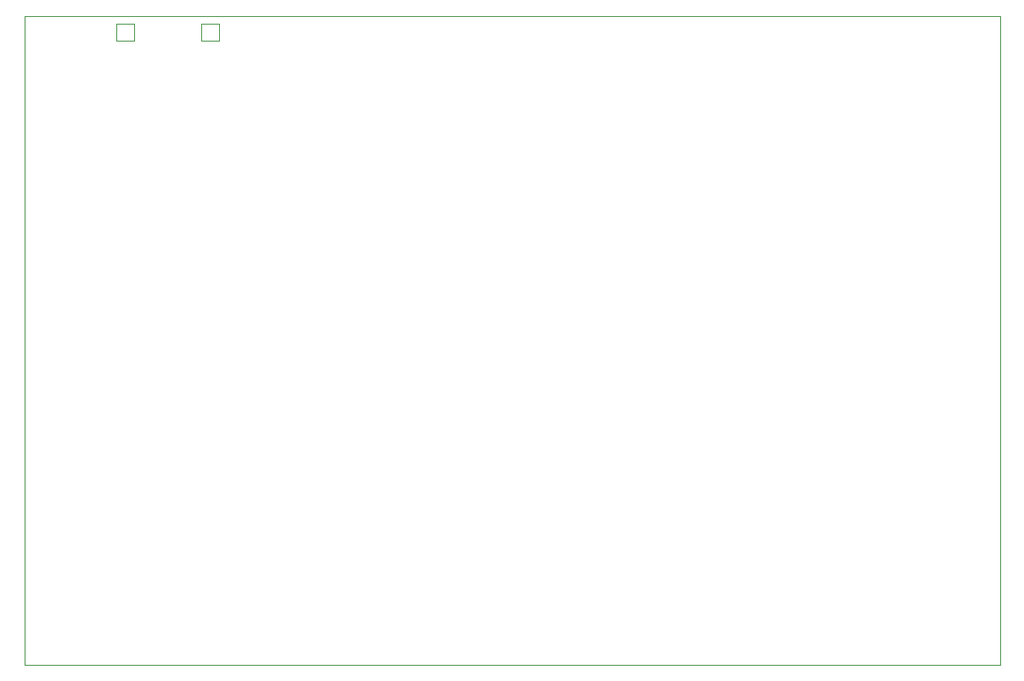
<source format=gbr>
%TF.GenerationSoftware,KiCad,Pcbnew,8.0.1*%
%TF.CreationDate,2024-07-17T22:43:04+10:00*%
%TF.ProjectId,psx,7073782e-6b69-4636-9164-5f7063625858,rev?*%
%TF.SameCoordinates,Original*%
%TF.FileFunction,Profile,NP*%
%FSLAX46Y46*%
G04 Gerber Fmt 4.6, Leading zero omitted, Abs format (unit mm)*
G04 Created by KiCad (PCBNEW 8.0.1) date 2024-07-17 22:43:04*
%MOMM*%
%LPD*%
G01*
G04 APERTURE LIST*
%TA.AperFunction,Profile*%
%ADD10C,0.050000*%
%TD*%
%TA.AperFunction,Profile*%
%ADD11C,0.010000*%
%TD*%
G04 APERTURE END LIST*
D10*
X107500000Y-58000000D02*
X204750000Y-58000000D01*
X204750000Y-122750000D01*
X107500000Y-122750000D01*
X107500000Y-58000000D01*
D11*
%TO.C,J5*%
X116600000Y-58750000D02*
X116600001Y-60450000D01*
X116600001Y-60450000D02*
X118400000Y-60450000D01*
X118400000Y-58750000D02*
X116600000Y-58750000D01*
X118400000Y-60450000D02*
X118400000Y-58750000D01*
X125100000Y-58750000D02*
X125100000Y-60450000D01*
X125100000Y-60450000D02*
X126899999Y-60450000D01*
X126899999Y-60450000D02*
X126900000Y-58750000D01*
X126900000Y-58750000D02*
X125100000Y-58750000D01*
%TD*%
M02*

</source>
